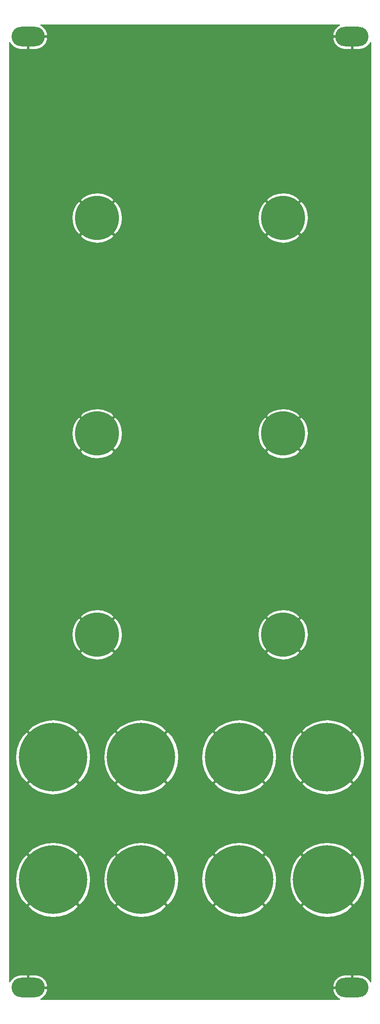
<source format=gbr>
%TF.GenerationSoftware,KiCad,Pcbnew,5.1.8-db9833491~87~ubuntu20.04.1*%
%TF.CreationDate,2020-11-16T19:43:01-05:00*%
%TF.ProjectId,mfos_vca-panel,6d666f73-5f76-4636-912d-70616e656c2e,rev?*%
%TF.SameCoordinates,Original*%
%TF.FileFunction,Copper,L1,Top*%
%TF.FilePolarity,Positive*%
%FSLAX46Y46*%
G04 Gerber Fmt 4.6, Leading zero omitted, Abs format (unit mm)*
G04 Created by KiCad (PCBNEW 5.1.8-db9833491~87~ubuntu20.04.1) date 2020-11-16 19:43:01*
%MOMM*%
%LPD*%
G01*
G04 APERTURE LIST*
%TA.AperFunction,ComponentPad*%
%ADD10C,14.000000*%
%TD*%
%TA.AperFunction,ComponentPad*%
%ADD11O,6.800000X4.000000*%
%TD*%
%TA.AperFunction,ComponentPad*%
%ADD12C,9.000000*%
%TD*%
%TA.AperFunction,Conductor*%
%ADD13C,0.254000*%
%TD*%
%TA.AperFunction,Conductor*%
%ADD14C,0.100000*%
%TD*%
G04 APERTURE END LIST*
D10*
%TO.P,H18,1*%
%TO.N,GND*%
X22000000Y-150000000D03*
%TD*%
%TO.P,H17,1*%
%TO.N,GND*%
X40000000Y-150000000D03*
%TD*%
%TO.P,H16,1*%
%TO.N,GND*%
X60000000Y-150000000D03*
%TD*%
%TO.P,H15,1*%
%TO.N,GND*%
X22000000Y-175000000D03*
%TD*%
D11*
%TO.P,H14,1*%
%TO.N,GND*%
X83100000Y-3000000D03*
%TD*%
D10*
%TO.P,H13,1*%
%TO.N,GND*%
X40000000Y-175000000D03*
%TD*%
D12*
%TO.P,H12,1*%
%TO.N,GND*%
X31000000Y-84000000D03*
%TD*%
D11*
%TO.P,H11,1*%
%TO.N,GND*%
X83100000Y-197000000D03*
%TD*%
D10*
%TO.P,H10,1*%
%TO.N,GND*%
X78000000Y-150000000D03*
%TD*%
D12*
%TO.P,H9,1*%
%TO.N,GND*%
X69000000Y-40000000D03*
%TD*%
D11*
%TO.P,H8,1*%
%TO.N,GND*%
X16900000Y-3000000D03*
%TD*%
D10*
%TO.P,H7,1*%
%TO.N,GND*%
X60000000Y-175000000D03*
%TD*%
D12*
%TO.P,H6,1*%
%TO.N,GND*%
X69000000Y-125000000D03*
%TD*%
%TO.P,H5,1*%
%TO.N,GND*%
X31000000Y-40000000D03*
%TD*%
D11*
%TO.P,H4,1*%
%TO.N,GND*%
X16900000Y-197000000D03*
%TD*%
D10*
%TO.P,H3,1*%
%TO.N,GND*%
X78000000Y-175000000D03*
%TD*%
D12*
%TO.P,H2,1*%
%TO.N,GND*%
X31000000Y-125000000D03*
%TD*%
%TO.P,H1,1*%
%TO.N,GND*%
X69000000Y-84000000D03*
%TD*%
D13*
%TO.N,GND*%
X80130475Y-879635D02*
X79746970Y-1226576D01*
X79438519Y-1641669D01*
X79216975Y-2108962D01*
X79120333Y-2462838D01*
X79227009Y-2873000D01*
X82973000Y-2873000D01*
X82973000Y-2853000D01*
X83227000Y-2853000D01*
X83227000Y-2873000D01*
X83247000Y-2873000D01*
X83247000Y-3127000D01*
X83227000Y-3127000D01*
X83227000Y-5635000D01*
X84627000Y-5635000D01*
X85138623Y-5559593D01*
X85625704Y-5385822D01*
X86069525Y-5120365D01*
X86453030Y-4773424D01*
X86761481Y-4358331D01*
X86840000Y-4192714D01*
X86840001Y-195807288D01*
X86761481Y-195641669D01*
X86453030Y-195226576D01*
X86069525Y-194879635D01*
X85625704Y-194614178D01*
X85138623Y-194440407D01*
X84627000Y-194365000D01*
X83227000Y-194365000D01*
X83227000Y-196873000D01*
X83247000Y-196873000D01*
X83247000Y-197127000D01*
X83227000Y-197127000D01*
X83227000Y-197147000D01*
X82973000Y-197147000D01*
X82973000Y-197127000D01*
X79227009Y-197127000D01*
X79120333Y-197537162D01*
X79216975Y-197891038D01*
X79438519Y-198358331D01*
X79746970Y-198773424D01*
X80130475Y-199120365D01*
X80497686Y-199340000D01*
X19502314Y-199340000D01*
X19869525Y-199120365D01*
X20253030Y-198773424D01*
X20561481Y-198358331D01*
X20783025Y-197891038D01*
X20879667Y-197537162D01*
X20772991Y-197127000D01*
X17027000Y-197127000D01*
X17027000Y-197147000D01*
X16773000Y-197147000D01*
X16773000Y-197127000D01*
X16753000Y-197127000D01*
X16753000Y-196873000D01*
X16773000Y-196873000D01*
X16773000Y-194365000D01*
X17027000Y-194365000D01*
X17027000Y-196873000D01*
X20772991Y-196873000D01*
X20879667Y-196462838D01*
X79120333Y-196462838D01*
X79227009Y-196873000D01*
X82973000Y-196873000D01*
X82973000Y-194365000D01*
X81573000Y-194365000D01*
X81061377Y-194440407D01*
X80574296Y-194614178D01*
X80130475Y-194879635D01*
X79746970Y-195226576D01*
X79438519Y-195641669D01*
X79216975Y-196108962D01*
X79120333Y-196462838D01*
X20879667Y-196462838D01*
X20783025Y-196108962D01*
X20561481Y-195641669D01*
X20253030Y-195226576D01*
X19869525Y-194879635D01*
X19425704Y-194614178D01*
X18938623Y-194440407D01*
X18427000Y-194365000D01*
X17027000Y-194365000D01*
X16773000Y-194365000D01*
X15373000Y-194365000D01*
X14861377Y-194440407D01*
X14374296Y-194614178D01*
X13930475Y-194879635D01*
X13546970Y-195226576D01*
X13238519Y-195641669D01*
X13160000Y-195807286D01*
X13160000Y-180401674D01*
X16777932Y-180401674D01*
X17593908Y-181280530D01*
X18903840Y-182019437D01*
X20332756Y-182488591D01*
X21825743Y-182669963D01*
X23325428Y-182556583D01*
X24774176Y-182152807D01*
X26116314Y-181474153D01*
X26406092Y-181280530D01*
X27222068Y-180401674D01*
X34777932Y-180401674D01*
X35593908Y-181280530D01*
X36903840Y-182019437D01*
X38332756Y-182488591D01*
X39825743Y-182669963D01*
X41325428Y-182556583D01*
X42774176Y-182152807D01*
X44116314Y-181474153D01*
X44406092Y-181280530D01*
X45222068Y-180401674D01*
X54777932Y-180401674D01*
X55593908Y-181280530D01*
X56903840Y-182019437D01*
X58332756Y-182488591D01*
X59825743Y-182669963D01*
X61325428Y-182556583D01*
X62774176Y-182152807D01*
X64116314Y-181474153D01*
X64406092Y-181280530D01*
X65222068Y-180401674D01*
X72777932Y-180401674D01*
X73593908Y-181280530D01*
X74903840Y-182019437D01*
X76332756Y-182488591D01*
X77825743Y-182669963D01*
X79325428Y-182556583D01*
X80774176Y-182152807D01*
X82116314Y-181474153D01*
X82406092Y-181280530D01*
X83222068Y-180401674D01*
X78000000Y-175179605D01*
X72777932Y-180401674D01*
X65222068Y-180401674D01*
X60000000Y-175179605D01*
X54777932Y-180401674D01*
X45222068Y-180401674D01*
X40000000Y-175179605D01*
X34777932Y-180401674D01*
X27222068Y-180401674D01*
X22000000Y-175179605D01*
X16777932Y-180401674D01*
X13160000Y-180401674D01*
X13160000Y-174825743D01*
X14330037Y-174825743D01*
X14443417Y-176325428D01*
X14847193Y-177774176D01*
X15525847Y-179116314D01*
X15719470Y-179406092D01*
X16598326Y-180222068D01*
X21820395Y-175000000D01*
X22179605Y-175000000D01*
X27401674Y-180222068D01*
X28280530Y-179406092D01*
X29019437Y-178096160D01*
X29488591Y-176667244D01*
X29669963Y-175174257D01*
X29643615Y-174825743D01*
X32330037Y-174825743D01*
X32443417Y-176325428D01*
X32847193Y-177774176D01*
X33525847Y-179116314D01*
X33719470Y-179406092D01*
X34598326Y-180222068D01*
X39820395Y-175000000D01*
X40179605Y-175000000D01*
X45401674Y-180222068D01*
X46280530Y-179406092D01*
X47019437Y-178096160D01*
X47488591Y-176667244D01*
X47669963Y-175174257D01*
X47643615Y-174825743D01*
X52330037Y-174825743D01*
X52443417Y-176325428D01*
X52847193Y-177774176D01*
X53525847Y-179116314D01*
X53719470Y-179406092D01*
X54598326Y-180222068D01*
X59820395Y-175000000D01*
X60179605Y-175000000D01*
X65401674Y-180222068D01*
X66280530Y-179406092D01*
X67019437Y-178096160D01*
X67488591Y-176667244D01*
X67669963Y-175174257D01*
X67643615Y-174825743D01*
X70330037Y-174825743D01*
X70443417Y-176325428D01*
X70847193Y-177774176D01*
X71525847Y-179116314D01*
X71719470Y-179406092D01*
X72598326Y-180222068D01*
X77820395Y-175000000D01*
X78179605Y-175000000D01*
X83401674Y-180222068D01*
X84280530Y-179406092D01*
X85019437Y-178096160D01*
X85488591Y-176667244D01*
X85669963Y-175174257D01*
X85556583Y-173674572D01*
X85152807Y-172225824D01*
X84474153Y-170883686D01*
X84280530Y-170593908D01*
X83401674Y-169777932D01*
X78179605Y-175000000D01*
X77820395Y-175000000D01*
X72598326Y-169777932D01*
X71719470Y-170593908D01*
X70980563Y-171903840D01*
X70511409Y-173332756D01*
X70330037Y-174825743D01*
X67643615Y-174825743D01*
X67556583Y-173674572D01*
X67152807Y-172225824D01*
X66474153Y-170883686D01*
X66280530Y-170593908D01*
X65401674Y-169777932D01*
X60179605Y-175000000D01*
X59820395Y-175000000D01*
X54598326Y-169777932D01*
X53719470Y-170593908D01*
X52980563Y-171903840D01*
X52511409Y-173332756D01*
X52330037Y-174825743D01*
X47643615Y-174825743D01*
X47556583Y-173674572D01*
X47152807Y-172225824D01*
X46474153Y-170883686D01*
X46280530Y-170593908D01*
X45401674Y-169777932D01*
X40179605Y-175000000D01*
X39820395Y-175000000D01*
X34598326Y-169777932D01*
X33719470Y-170593908D01*
X32980563Y-171903840D01*
X32511409Y-173332756D01*
X32330037Y-174825743D01*
X29643615Y-174825743D01*
X29556583Y-173674572D01*
X29152807Y-172225824D01*
X28474153Y-170883686D01*
X28280530Y-170593908D01*
X27401674Y-169777932D01*
X22179605Y-175000000D01*
X21820395Y-175000000D01*
X16598326Y-169777932D01*
X15719470Y-170593908D01*
X14980563Y-171903840D01*
X14511409Y-173332756D01*
X14330037Y-174825743D01*
X13160000Y-174825743D01*
X13160000Y-169598326D01*
X16777932Y-169598326D01*
X22000000Y-174820395D01*
X27222068Y-169598326D01*
X34777932Y-169598326D01*
X40000000Y-174820395D01*
X45222068Y-169598326D01*
X54777932Y-169598326D01*
X60000000Y-174820395D01*
X65222068Y-169598326D01*
X72777932Y-169598326D01*
X78000000Y-174820395D01*
X83222068Y-169598326D01*
X82406092Y-168719470D01*
X81096160Y-167980563D01*
X79667244Y-167511409D01*
X78174257Y-167330037D01*
X76674572Y-167443417D01*
X75225824Y-167847193D01*
X73883686Y-168525847D01*
X73593908Y-168719470D01*
X72777932Y-169598326D01*
X65222068Y-169598326D01*
X64406092Y-168719470D01*
X63096160Y-167980563D01*
X61667244Y-167511409D01*
X60174257Y-167330037D01*
X58674572Y-167443417D01*
X57225824Y-167847193D01*
X55883686Y-168525847D01*
X55593908Y-168719470D01*
X54777932Y-169598326D01*
X45222068Y-169598326D01*
X44406092Y-168719470D01*
X43096160Y-167980563D01*
X41667244Y-167511409D01*
X40174257Y-167330037D01*
X38674572Y-167443417D01*
X37225824Y-167847193D01*
X35883686Y-168525847D01*
X35593908Y-168719470D01*
X34777932Y-169598326D01*
X27222068Y-169598326D01*
X26406092Y-168719470D01*
X25096160Y-167980563D01*
X23667244Y-167511409D01*
X22174257Y-167330037D01*
X20674572Y-167443417D01*
X19225824Y-167847193D01*
X17883686Y-168525847D01*
X17593908Y-168719470D01*
X16777932Y-169598326D01*
X13160000Y-169598326D01*
X13160000Y-155401674D01*
X16777932Y-155401674D01*
X17593908Y-156280530D01*
X18903840Y-157019437D01*
X20332756Y-157488591D01*
X21825743Y-157669963D01*
X23325428Y-157556583D01*
X24774176Y-157152807D01*
X26116314Y-156474153D01*
X26406092Y-156280530D01*
X27222068Y-155401674D01*
X34777932Y-155401674D01*
X35593908Y-156280530D01*
X36903840Y-157019437D01*
X38332756Y-157488591D01*
X39825743Y-157669963D01*
X41325428Y-157556583D01*
X42774176Y-157152807D01*
X44116314Y-156474153D01*
X44406092Y-156280530D01*
X45222068Y-155401674D01*
X54777932Y-155401674D01*
X55593908Y-156280530D01*
X56903840Y-157019437D01*
X58332756Y-157488591D01*
X59825743Y-157669963D01*
X61325428Y-157556583D01*
X62774176Y-157152807D01*
X64116314Y-156474153D01*
X64406092Y-156280530D01*
X65222068Y-155401674D01*
X72777932Y-155401674D01*
X73593908Y-156280530D01*
X74903840Y-157019437D01*
X76332756Y-157488591D01*
X77825743Y-157669963D01*
X79325428Y-157556583D01*
X80774176Y-157152807D01*
X82116314Y-156474153D01*
X82406092Y-156280530D01*
X83222068Y-155401674D01*
X78000000Y-150179605D01*
X72777932Y-155401674D01*
X65222068Y-155401674D01*
X60000000Y-150179605D01*
X54777932Y-155401674D01*
X45222068Y-155401674D01*
X40000000Y-150179605D01*
X34777932Y-155401674D01*
X27222068Y-155401674D01*
X22000000Y-150179605D01*
X16777932Y-155401674D01*
X13160000Y-155401674D01*
X13160000Y-149825743D01*
X14330037Y-149825743D01*
X14443417Y-151325428D01*
X14847193Y-152774176D01*
X15525847Y-154116314D01*
X15719470Y-154406092D01*
X16598326Y-155222068D01*
X21820395Y-150000000D01*
X22179605Y-150000000D01*
X27401674Y-155222068D01*
X28280530Y-154406092D01*
X29019437Y-153096160D01*
X29488591Y-151667244D01*
X29669963Y-150174257D01*
X29643615Y-149825743D01*
X32330037Y-149825743D01*
X32443417Y-151325428D01*
X32847193Y-152774176D01*
X33525847Y-154116314D01*
X33719470Y-154406092D01*
X34598326Y-155222068D01*
X39820395Y-150000000D01*
X40179605Y-150000000D01*
X45401674Y-155222068D01*
X46280530Y-154406092D01*
X47019437Y-153096160D01*
X47488591Y-151667244D01*
X47669963Y-150174257D01*
X47643615Y-149825743D01*
X52330037Y-149825743D01*
X52443417Y-151325428D01*
X52847193Y-152774176D01*
X53525847Y-154116314D01*
X53719470Y-154406092D01*
X54598326Y-155222068D01*
X59820395Y-150000000D01*
X60179605Y-150000000D01*
X65401674Y-155222068D01*
X66280530Y-154406092D01*
X67019437Y-153096160D01*
X67488591Y-151667244D01*
X67669963Y-150174257D01*
X67643615Y-149825743D01*
X70330037Y-149825743D01*
X70443417Y-151325428D01*
X70847193Y-152774176D01*
X71525847Y-154116314D01*
X71719470Y-154406092D01*
X72598326Y-155222068D01*
X77820395Y-150000000D01*
X78179605Y-150000000D01*
X83401674Y-155222068D01*
X84280530Y-154406092D01*
X85019437Y-153096160D01*
X85488591Y-151667244D01*
X85669963Y-150174257D01*
X85556583Y-148674572D01*
X85152807Y-147225824D01*
X84474153Y-145883686D01*
X84280530Y-145593908D01*
X83401674Y-144777932D01*
X78179605Y-150000000D01*
X77820395Y-150000000D01*
X72598326Y-144777932D01*
X71719470Y-145593908D01*
X70980563Y-146903840D01*
X70511409Y-148332756D01*
X70330037Y-149825743D01*
X67643615Y-149825743D01*
X67556583Y-148674572D01*
X67152807Y-147225824D01*
X66474153Y-145883686D01*
X66280530Y-145593908D01*
X65401674Y-144777932D01*
X60179605Y-150000000D01*
X59820395Y-150000000D01*
X54598326Y-144777932D01*
X53719470Y-145593908D01*
X52980563Y-146903840D01*
X52511409Y-148332756D01*
X52330037Y-149825743D01*
X47643615Y-149825743D01*
X47556583Y-148674572D01*
X47152807Y-147225824D01*
X46474153Y-145883686D01*
X46280530Y-145593908D01*
X45401674Y-144777932D01*
X40179605Y-150000000D01*
X39820395Y-150000000D01*
X34598326Y-144777932D01*
X33719470Y-145593908D01*
X32980563Y-146903840D01*
X32511409Y-148332756D01*
X32330037Y-149825743D01*
X29643615Y-149825743D01*
X29556583Y-148674572D01*
X29152807Y-147225824D01*
X28474153Y-145883686D01*
X28280530Y-145593908D01*
X27401674Y-144777932D01*
X22179605Y-150000000D01*
X21820395Y-150000000D01*
X16598326Y-144777932D01*
X15719470Y-145593908D01*
X14980563Y-146903840D01*
X14511409Y-148332756D01*
X14330037Y-149825743D01*
X13160000Y-149825743D01*
X13160000Y-144598326D01*
X16777932Y-144598326D01*
X22000000Y-149820395D01*
X27222068Y-144598326D01*
X34777932Y-144598326D01*
X40000000Y-149820395D01*
X45222068Y-144598326D01*
X54777932Y-144598326D01*
X60000000Y-149820395D01*
X65222068Y-144598326D01*
X72777932Y-144598326D01*
X78000000Y-149820395D01*
X83222068Y-144598326D01*
X82406092Y-143719470D01*
X81096160Y-142980563D01*
X79667244Y-142511409D01*
X78174257Y-142330037D01*
X76674572Y-142443417D01*
X75225824Y-142847193D01*
X73883686Y-143525847D01*
X73593908Y-143719470D01*
X72777932Y-144598326D01*
X65222068Y-144598326D01*
X64406092Y-143719470D01*
X63096160Y-142980563D01*
X61667244Y-142511409D01*
X60174257Y-142330037D01*
X58674572Y-142443417D01*
X57225824Y-142847193D01*
X55883686Y-143525847D01*
X55593908Y-143719470D01*
X54777932Y-144598326D01*
X45222068Y-144598326D01*
X44406092Y-143719470D01*
X43096160Y-142980563D01*
X41667244Y-142511409D01*
X40174257Y-142330037D01*
X38674572Y-142443417D01*
X37225824Y-142847193D01*
X35883686Y-143525847D01*
X35593908Y-143719470D01*
X34777932Y-144598326D01*
X27222068Y-144598326D01*
X26406092Y-143719470D01*
X25096160Y-142980563D01*
X23667244Y-142511409D01*
X22174257Y-142330037D01*
X20674572Y-142443417D01*
X19225824Y-142847193D01*
X17883686Y-143525847D01*
X17593908Y-143719470D01*
X16777932Y-144598326D01*
X13160000Y-144598326D01*
X13160000Y-128624971D01*
X27554634Y-128624971D01*
X28070783Y-129247788D01*
X28955768Y-129737630D01*
X29919314Y-130045407D01*
X30924389Y-130159293D01*
X31932370Y-130074910D01*
X32904520Y-129795501D01*
X33803481Y-129331803D01*
X33929217Y-129247788D01*
X34445366Y-128624971D01*
X65554634Y-128624971D01*
X66070783Y-129247788D01*
X66955768Y-129737630D01*
X67919314Y-130045407D01*
X68924389Y-130159293D01*
X69932370Y-130074910D01*
X70904520Y-129795501D01*
X71803481Y-129331803D01*
X71929217Y-129247788D01*
X72445366Y-128624971D01*
X69000000Y-125179605D01*
X65554634Y-128624971D01*
X34445366Y-128624971D01*
X31000000Y-125179605D01*
X27554634Y-128624971D01*
X13160000Y-128624971D01*
X13160000Y-124924389D01*
X25840707Y-124924389D01*
X25925090Y-125932370D01*
X26204499Y-126904520D01*
X26668197Y-127803481D01*
X26752212Y-127929217D01*
X27375029Y-128445366D01*
X30820395Y-125000000D01*
X31179605Y-125000000D01*
X34624971Y-128445366D01*
X35247788Y-127929217D01*
X35737630Y-127044232D01*
X36045407Y-126080686D01*
X36159293Y-125075611D01*
X36146634Y-124924389D01*
X63840707Y-124924389D01*
X63925090Y-125932370D01*
X64204499Y-126904520D01*
X64668197Y-127803481D01*
X64752212Y-127929217D01*
X65375029Y-128445366D01*
X68820395Y-125000000D01*
X69179605Y-125000000D01*
X72624971Y-128445366D01*
X73247788Y-127929217D01*
X73737630Y-127044232D01*
X74045407Y-126080686D01*
X74159293Y-125075611D01*
X74074910Y-124067630D01*
X73795501Y-123095480D01*
X73331803Y-122196519D01*
X73247788Y-122070783D01*
X72624971Y-121554634D01*
X69179605Y-125000000D01*
X68820395Y-125000000D01*
X65375029Y-121554634D01*
X64752212Y-122070783D01*
X64262370Y-122955768D01*
X63954593Y-123919314D01*
X63840707Y-124924389D01*
X36146634Y-124924389D01*
X36074910Y-124067630D01*
X35795501Y-123095480D01*
X35331803Y-122196519D01*
X35247788Y-122070783D01*
X34624971Y-121554634D01*
X31179605Y-125000000D01*
X30820395Y-125000000D01*
X27375029Y-121554634D01*
X26752212Y-122070783D01*
X26262370Y-122955768D01*
X25954593Y-123919314D01*
X25840707Y-124924389D01*
X13160000Y-124924389D01*
X13160000Y-121375029D01*
X27554634Y-121375029D01*
X31000000Y-124820395D01*
X34445366Y-121375029D01*
X65554634Y-121375029D01*
X69000000Y-124820395D01*
X72445366Y-121375029D01*
X71929217Y-120752212D01*
X71044232Y-120262370D01*
X70080686Y-119954593D01*
X69075611Y-119840707D01*
X68067630Y-119925090D01*
X67095480Y-120204499D01*
X66196519Y-120668197D01*
X66070783Y-120752212D01*
X65554634Y-121375029D01*
X34445366Y-121375029D01*
X33929217Y-120752212D01*
X33044232Y-120262370D01*
X32080686Y-119954593D01*
X31075611Y-119840707D01*
X30067630Y-119925090D01*
X29095480Y-120204499D01*
X28196519Y-120668197D01*
X28070783Y-120752212D01*
X27554634Y-121375029D01*
X13160000Y-121375029D01*
X13160000Y-87624971D01*
X27554634Y-87624971D01*
X28070783Y-88247788D01*
X28955768Y-88737630D01*
X29919314Y-89045407D01*
X30924389Y-89159293D01*
X31932370Y-89074910D01*
X32904520Y-88795501D01*
X33803481Y-88331803D01*
X33929217Y-88247788D01*
X34445366Y-87624971D01*
X65554634Y-87624971D01*
X66070783Y-88247788D01*
X66955768Y-88737630D01*
X67919314Y-89045407D01*
X68924389Y-89159293D01*
X69932370Y-89074910D01*
X70904520Y-88795501D01*
X71803481Y-88331803D01*
X71929217Y-88247788D01*
X72445366Y-87624971D01*
X69000000Y-84179605D01*
X65554634Y-87624971D01*
X34445366Y-87624971D01*
X31000000Y-84179605D01*
X27554634Y-87624971D01*
X13160000Y-87624971D01*
X13160000Y-83924389D01*
X25840707Y-83924389D01*
X25925090Y-84932370D01*
X26204499Y-85904520D01*
X26668197Y-86803481D01*
X26752212Y-86929217D01*
X27375029Y-87445366D01*
X30820395Y-84000000D01*
X31179605Y-84000000D01*
X34624971Y-87445366D01*
X35247788Y-86929217D01*
X35737630Y-86044232D01*
X36045407Y-85080686D01*
X36159293Y-84075611D01*
X36146634Y-83924389D01*
X63840707Y-83924389D01*
X63925090Y-84932370D01*
X64204499Y-85904520D01*
X64668197Y-86803481D01*
X64752212Y-86929217D01*
X65375029Y-87445366D01*
X68820395Y-84000000D01*
X69179605Y-84000000D01*
X72624971Y-87445366D01*
X73247788Y-86929217D01*
X73737630Y-86044232D01*
X74045407Y-85080686D01*
X74159293Y-84075611D01*
X74074910Y-83067630D01*
X73795501Y-82095480D01*
X73331803Y-81196519D01*
X73247788Y-81070783D01*
X72624971Y-80554634D01*
X69179605Y-84000000D01*
X68820395Y-84000000D01*
X65375029Y-80554634D01*
X64752212Y-81070783D01*
X64262370Y-81955768D01*
X63954593Y-82919314D01*
X63840707Y-83924389D01*
X36146634Y-83924389D01*
X36074910Y-83067630D01*
X35795501Y-82095480D01*
X35331803Y-81196519D01*
X35247788Y-81070783D01*
X34624971Y-80554634D01*
X31179605Y-84000000D01*
X30820395Y-84000000D01*
X27375029Y-80554634D01*
X26752212Y-81070783D01*
X26262370Y-81955768D01*
X25954593Y-82919314D01*
X25840707Y-83924389D01*
X13160000Y-83924389D01*
X13160000Y-80375029D01*
X27554634Y-80375029D01*
X31000000Y-83820395D01*
X34445366Y-80375029D01*
X65554634Y-80375029D01*
X69000000Y-83820395D01*
X72445366Y-80375029D01*
X71929217Y-79752212D01*
X71044232Y-79262370D01*
X70080686Y-78954593D01*
X69075611Y-78840707D01*
X68067630Y-78925090D01*
X67095480Y-79204499D01*
X66196519Y-79668197D01*
X66070783Y-79752212D01*
X65554634Y-80375029D01*
X34445366Y-80375029D01*
X33929217Y-79752212D01*
X33044232Y-79262370D01*
X32080686Y-78954593D01*
X31075611Y-78840707D01*
X30067630Y-78925090D01*
X29095480Y-79204499D01*
X28196519Y-79668197D01*
X28070783Y-79752212D01*
X27554634Y-80375029D01*
X13160000Y-80375029D01*
X13160000Y-43624971D01*
X27554634Y-43624971D01*
X28070783Y-44247788D01*
X28955768Y-44737630D01*
X29919314Y-45045407D01*
X30924389Y-45159293D01*
X31932370Y-45074910D01*
X32904520Y-44795501D01*
X33803481Y-44331803D01*
X33929217Y-44247788D01*
X34445366Y-43624971D01*
X65554634Y-43624971D01*
X66070783Y-44247788D01*
X66955768Y-44737630D01*
X67919314Y-45045407D01*
X68924389Y-45159293D01*
X69932370Y-45074910D01*
X70904520Y-44795501D01*
X71803481Y-44331803D01*
X71929217Y-44247788D01*
X72445366Y-43624971D01*
X69000000Y-40179605D01*
X65554634Y-43624971D01*
X34445366Y-43624971D01*
X31000000Y-40179605D01*
X27554634Y-43624971D01*
X13160000Y-43624971D01*
X13160000Y-39924389D01*
X25840707Y-39924389D01*
X25925090Y-40932370D01*
X26204499Y-41904520D01*
X26668197Y-42803481D01*
X26752212Y-42929217D01*
X27375029Y-43445366D01*
X30820395Y-40000000D01*
X31179605Y-40000000D01*
X34624971Y-43445366D01*
X35247788Y-42929217D01*
X35737630Y-42044232D01*
X36045407Y-41080686D01*
X36159293Y-40075611D01*
X36146634Y-39924389D01*
X63840707Y-39924389D01*
X63925090Y-40932370D01*
X64204499Y-41904520D01*
X64668197Y-42803481D01*
X64752212Y-42929217D01*
X65375029Y-43445366D01*
X68820395Y-40000000D01*
X69179605Y-40000000D01*
X72624971Y-43445366D01*
X73247788Y-42929217D01*
X73737630Y-42044232D01*
X74045407Y-41080686D01*
X74159293Y-40075611D01*
X74074910Y-39067630D01*
X73795501Y-38095480D01*
X73331803Y-37196519D01*
X73247788Y-37070783D01*
X72624971Y-36554634D01*
X69179605Y-40000000D01*
X68820395Y-40000000D01*
X65375029Y-36554634D01*
X64752212Y-37070783D01*
X64262370Y-37955768D01*
X63954593Y-38919314D01*
X63840707Y-39924389D01*
X36146634Y-39924389D01*
X36074910Y-39067630D01*
X35795501Y-38095480D01*
X35331803Y-37196519D01*
X35247788Y-37070783D01*
X34624971Y-36554634D01*
X31179605Y-40000000D01*
X30820395Y-40000000D01*
X27375029Y-36554634D01*
X26752212Y-37070783D01*
X26262370Y-37955768D01*
X25954593Y-38919314D01*
X25840707Y-39924389D01*
X13160000Y-39924389D01*
X13160000Y-36375029D01*
X27554634Y-36375029D01*
X31000000Y-39820395D01*
X34445366Y-36375029D01*
X65554634Y-36375029D01*
X69000000Y-39820395D01*
X72445366Y-36375029D01*
X71929217Y-35752212D01*
X71044232Y-35262370D01*
X70080686Y-34954593D01*
X69075611Y-34840707D01*
X68067630Y-34925090D01*
X67095480Y-35204499D01*
X66196519Y-35668197D01*
X66070783Y-35752212D01*
X65554634Y-36375029D01*
X34445366Y-36375029D01*
X33929217Y-35752212D01*
X33044232Y-35262370D01*
X32080686Y-34954593D01*
X31075611Y-34840707D01*
X30067630Y-34925090D01*
X29095480Y-35204499D01*
X28196519Y-35668197D01*
X28070783Y-35752212D01*
X27554634Y-36375029D01*
X13160000Y-36375029D01*
X13160000Y-4192714D01*
X13238519Y-4358331D01*
X13546970Y-4773424D01*
X13930475Y-5120365D01*
X14374296Y-5385822D01*
X14861377Y-5559593D01*
X15373000Y-5635000D01*
X16773000Y-5635000D01*
X16773000Y-3127000D01*
X17027000Y-3127000D01*
X17027000Y-5635000D01*
X18427000Y-5635000D01*
X18938623Y-5559593D01*
X19425704Y-5385822D01*
X19869525Y-5120365D01*
X20253030Y-4773424D01*
X20561481Y-4358331D01*
X20783025Y-3891038D01*
X20879667Y-3537162D01*
X79120333Y-3537162D01*
X79216975Y-3891038D01*
X79438519Y-4358331D01*
X79746970Y-4773424D01*
X80130475Y-5120365D01*
X80574296Y-5385822D01*
X81061377Y-5559593D01*
X81573000Y-5635000D01*
X82973000Y-5635000D01*
X82973000Y-3127000D01*
X79227009Y-3127000D01*
X79120333Y-3537162D01*
X20879667Y-3537162D01*
X20772991Y-3127000D01*
X17027000Y-3127000D01*
X16773000Y-3127000D01*
X16753000Y-3127000D01*
X16753000Y-2873000D01*
X16773000Y-2873000D01*
X16773000Y-2853000D01*
X17027000Y-2853000D01*
X17027000Y-2873000D01*
X20772991Y-2873000D01*
X20879667Y-2462838D01*
X20783025Y-2108962D01*
X20561481Y-1641669D01*
X20253030Y-1226576D01*
X19869525Y-879635D01*
X19502314Y-660000D01*
X80497686Y-660000D01*
X80130475Y-879635D01*
%TA.AperFunction,Conductor*%
D14*
G36*
X80130475Y-879635D02*
G01*
X79746970Y-1226576D01*
X79438519Y-1641669D01*
X79216975Y-2108962D01*
X79120333Y-2462838D01*
X79227009Y-2873000D01*
X82973000Y-2873000D01*
X82973000Y-2853000D01*
X83227000Y-2853000D01*
X83227000Y-2873000D01*
X83247000Y-2873000D01*
X83247000Y-3127000D01*
X83227000Y-3127000D01*
X83227000Y-5635000D01*
X84627000Y-5635000D01*
X85138623Y-5559593D01*
X85625704Y-5385822D01*
X86069525Y-5120365D01*
X86453030Y-4773424D01*
X86761481Y-4358331D01*
X86840000Y-4192714D01*
X86840001Y-195807288D01*
X86761481Y-195641669D01*
X86453030Y-195226576D01*
X86069525Y-194879635D01*
X85625704Y-194614178D01*
X85138623Y-194440407D01*
X84627000Y-194365000D01*
X83227000Y-194365000D01*
X83227000Y-196873000D01*
X83247000Y-196873000D01*
X83247000Y-197127000D01*
X83227000Y-197127000D01*
X83227000Y-197147000D01*
X82973000Y-197147000D01*
X82973000Y-197127000D01*
X79227009Y-197127000D01*
X79120333Y-197537162D01*
X79216975Y-197891038D01*
X79438519Y-198358331D01*
X79746970Y-198773424D01*
X80130475Y-199120365D01*
X80497686Y-199340000D01*
X19502314Y-199340000D01*
X19869525Y-199120365D01*
X20253030Y-198773424D01*
X20561481Y-198358331D01*
X20783025Y-197891038D01*
X20879667Y-197537162D01*
X20772991Y-197127000D01*
X17027000Y-197127000D01*
X17027000Y-197147000D01*
X16773000Y-197147000D01*
X16773000Y-197127000D01*
X16753000Y-197127000D01*
X16753000Y-196873000D01*
X16773000Y-196873000D01*
X16773000Y-194365000D01*
X17027000Y-194365000D01*
X17027000Y-196873000D01*
X20772991Y-196873000D01*
X20879667Y-196462838D01*
X79120333Y-196462838D01*
X79227009Y-196873000D01*
X82973000Y-196873000D01*
X82973000Y-194365000D01*
X81573000Y-194365000D01*
X81061377Y-194440407D01*
X80574296Y-194614178D01*
X80130475Y-194879635D01*
X79746970Y-195226576D01*
X79438519Y-195641669D01*
X79216975Y-196108962D01*
X79120333Y-196462838D01*
X20879667Y-196462838D01*
X20783025Y-196108962D01*
X20561481Y-195641669D01*
X20253030Y-195226576D01*
X19869525Y-194879635D01*
X19425704Y-194614178D01*
X18938623Y-194440407D01*
X18427000Y-194365000D01*
X17027000Y-194365000D01*
X16773000Y-194365000D01*
X15373000Y-194365000D01*
X14861377Y-194440407D01*
X14374296Y-194614178D01*
X13930475Y-194879635D01*
X13546970Y-195226576D01*
X13238519Y-195641669D01*
X13160000Y-195807286D01*
X13160000Y-180401674D01*
X16777932Y-180401674D01*
X17593908Y-181280530D01*
X18903840Y-182019437D01*
X20332756Y-182488591D01*
X21825743Y-182669963D01*
X23325428Y-182556583D01*
X24774176Y-182152807D01*
X26116314Y-181474153D01*
X26406092Y-181280530D01*
X27222068Y-180401674D01*
X34777932Y-180401674D01*
X35593908Y-181280530D01*
X36903840Y-182019437D01*
X38332756Y-182488591D01*
X39825743Y-182669963D01*
X41325428Y-182556583D01*
X42774176Y-182152807D01*
X44116314Y-181474153D01*
X44406092Y-181280530D01*
X45222068Y-180401674D01*
X54777932Y-180401674D01*
X55593908Y-181280530D01*
X56903840Y-182019437D01*
X58332756Y-182488591D01*
X59825743Y-182669963D01*
X61325428Y-182556583D01*
X62774176Y-182152807D01*
X64116314Y-181474153D01*
X64406092Y-181280530D01*
X65222068Y-180401674D01*
X72777932Y-180401674D01*
X73593908Y-181280530D01*
X74903840Y-182019437D01*
X76332756Y-182488591D01*
X77825743Y-182669963D01*
X79325428Y-182556583D01*
X80774176Y-182152807D01*
X82116314Y-181474153D01*
X82406092Y-181280530D01*
X83222068Y-180401674D01*
X78000000Y-175179605D01*
X72777932Y-180401674D01*
X65222068Y-180401674D01*
X60000000Y-175179605D01*
X54777932Y-180401674D01*
X45222068Y-180401674D01*
X40000000Y-175179605D01*
X34777932Y-180401674D01*
X27222068Y-180401674D01*
X22000000Y-175179605D01*
X16777932Y-180401674D01*
X13160000Y-180401674D01*
X13160000Y-174825743D01*
X14330037Y-174825743D01*
X14443417Y-176325428D01*
X14847193Y-177774176D01*
X15525847Y-179116314D01*
X15719470Y-179406092D01*
X16598326Y-180222068D01*
X21820395Y-175000000D01*
X22179605Y-175000000D01*
X27401674Y-180222068D01*
X28280530Y-179406092D01*
X29019437Y-178096160D01*
X29488591Y-176667244D01*
X29669963Y-175174257D01*
X29643615Y-174825743D01*
X32330037Y-174825743D01*
X32443417Y-176325428D01*
X32847193Y-177774176D01*
X33525847Y-179116314D01*
X33719470Y-179406092D01*
X34598326Y-180222068D01*
X39820395Y-175000000D01*
X40179605Y-175000000D01*
X45401674Y-180222068D01*
X46280530Y-179406092D01*
X47019437Y-178096160D01*
X47488591Y-176667244D01*
X47669963Y-175174257D01*
X47643615Y-174825743D01*
X52330037Y-174825743D01*
X52443417Y-176325428D01*
X52847193Y-177774176D01*
X53525847Y-179116314D01*
X53719470Y-179406092D01*
X54598326Y-180222068D01*
X59820395Y-175000000D01*
X60179605Y-175000000D01*
X65401674Y-180222068D01*
X66280530Y-179406092D01*
X67019437Y-178096160D01*
X67488591Y-176667244D01*
X67669963Y-175174257D01*
X67643615Y-174825743D01*
X70330037Y-174825743D01*
X70443417Y-176325428D01*
X70847193Y-177774176D01*
X71525847Y-179116314D01*
X71719470Y-179406092D01*
X72598326Y-180222068D01*
X77820395Y-175000000D01*
X78179605Y-175000000D01*
X83401674Y-180222068D01*
X84280530Y-179406092D01*
X85019437Y-178096160D01*
X85488591Y-176667244D01*
X85669963Y-175174257D01*
X85556583Y-173674572D01*
X85152807Y-172225824D01*
X84474153Y-170883686D01*
X84280530Y-170593908D01*
X83401674Y-169777932D01*
X78179605Y-175000000D01*
X77820395Y-175000000D01*
X72598326Y-169777932D01*
X71719470Y-170593908D01*
X70980563Y-171903840D01*
X70511409Y-173332756D01*
X70330037Y-174825743D01*
X67643615Y-174825743D01*
X67556583Y-173674572D01*
X67152807Y-172225824D01*
X66474153Y-170883686D01*
X66280530Y-170593908D01*
X65401674Y-169777932D01*
X60179605Y-175000000D01*
X59820395Y-175000000D01*
X54598326Y-169777932D01*
X53719470Y-170593908D01*
X52980563Y-171903840D01*
X52511409Y-173332756D01*
X52330037Y-174825743D01*
X47643615Y-174825743D01*
X47556583Y-173674572D01*
X47152807Y-172225824D01*
X46474153Y-170883686D01*
X46280530Y-170593908D01*
X45401674Y-169777932D01*
X40179605Y-175000000D01*
X39820395Y-175000000D01*
X34598326Y-169777932D01*
X33719470Y-170593908D01*
X32980563Y-171903840D01*
X32511409Y-173332756D01*
X32330037Y-174825743D01*
X29643615Y-174825743D01*
X29556583Y-173674572D01*
X29152807Y-172225824D01*
X28474153Y-170883686D01*
X28280530Y-170593908D01*
X27401674Y-169777932D01*
X22179605Y-175000000D01*
X21820395Y-175000000D01*
X16598326Y-169777932D01*
X15719470Y-170593908D01*
X14980563Y-171903840D01*
X14511409Y-173332756D01*
X14330037Y-174825743D01*
X13160000Y-174825743D01*
X13160000Y-169598326D01*
X16777932Y-169598326D01*
X22000000Y-174820395D01*
X27222068Y-169598326D01*
X34777932Y-169598326D01*
X40000000Y-174820395D01*
X45222068Y-169598326D01*
X54777932Y-169598326D01*
X60000000Y-174820395D01*
X65222068Y-169598326D01*
X72777932Y-169598326D01*
X78000000Y-174820395D01*
X83222068Y-169598326D01*
X82406092Y-168719470D01*
X81096160Y-167980563D01*
X79667244Y-167511409D01*
X78174257Y-167330037D01*
X76674572Y-167443417D01*
X75225824Y-167847193D01*
X73883686Y-168525847D01*
X73593908Y-168719470D01*
X72777932Y-169598326D01*
X65222068Y-169598326D01*
X64406092Y-168719470D01*
X63096160Y-167980563D01*
X61667244Y-167511409D01*
X60174257Y-167330037D01*
X58674572Y-167443417D01*
X57225824Y-167847193D01*
X55883686Y-168525847D01*
X55593908Y-168719470D01*
X54777932Y-169598326D01*
X45222068Y-169598326D01*
X44406092Y-168719470D01*
X43096160Y-167980563D01*
X41667244Y-167511409D01*
X40174257Y-167330037D01*
X38674572Y-167443417D01*
X37225824Y-167847193D01*
X35883686Y-168525847D01*
X35593908Y-168719470D01*
X34777932Y-169598326D01*
X27222068Y-169598326D01*
X26406092Y-168719470D01*
X25096160Y-167980563D01*
X23667244Y-167511409D01*
X22174257Y-167330037D01*
X20674572Y-167443417D01*
X19225824Y-167847193D01*
X17883686Y-168525847D01*
X17593908Y-168719470D01*
X16777932Y-169598326D01*
X13160000Y-169598326D01*
X13160000Y-155401674D01*
X16777932Y-155401674D01*
X17593908Y-156280530D01*
X18903840Y-157019437D01*
X20332756Y-157488591D01*
X21825743Y-157669963D01*
X23325428Y-157556583D01*
X24774176Y-157152807D01*
X26116314Y-156474153D01*
X26406092Y-156280530D01*
X27222068Y-155401674D01*
X34777932Y-155401674D01*
X35593908Y-156280530D01*
X36903840Y-157019437D01*
X38332756Y-157488591D01*
X39825743Y-157669963D01*
X41325428Y-157556583D01*
X42774176Y-157152807D01*
X44116314Y-156474153D01*
X44406092Y-156280530D01*
X45222068Y-155401674D01*
X54777932Y-155401674D01*
X55593908Y-156280530D01*
X56903840Y-157019437D01*
X58332756Y-157488591D01*
X59825743Y-157669963D01*
X61325428Y-157556583D01*
X62774176Y-157152807D01*
X64116314Y-156474153D01*
X64406092Y-156280530D01*
X65222068Y-155401674D01*
X72777932Y-155401674D01*
X73593908Y-156280530D01*
X74903840Y-157019437D01*
X76332756Y-157488591D01*
X77825743Y-157669963D01*
X79325428Y-157556583D01*
X80774176Y-157152807D01*
X82116314Y-156474153D01*
X82406092Y-156280530D01*
X83222068Y-155401674D01*
X78000000Y-150179605D01*
X72777932Y-155401674D01*
X65222068Y-155401674D01*
X60000000Y-150179605D01*
X54777932Y-155401674D01*
X45222068Y-155401674D01*
X40000000Y-150179605D01*
X34777932Y-155401674D01*
X27222068Y-155401674D01*
X22000000Y-150179605D01*
X16777932Y-155401674D01*
X13160000Y-155401674D01*
X13160000Y-149825743D01*
X14330037Y-149825743D01*
X14443417Y-151325428D01*
X14847193Y-152774176D01*
X15525847Y-154116314D01*
X15719470Y-154406092D01*
X16598326Y-155222068D01*
X21820395Y-150000000D01*
X22179605Y-150000000D01*
X27401674Y-155222068D01*
X28280530Y-154406092D01*
X29019437Y-153096160D01*
X29488591Y-151667244D01*
X29669963Y-150174257D01*
X29643615Y-149825743D01*
X32330037Y-149825743D01*
X32443417Y-151325428D01*
X32847193Y-152774176D01*
X33525847Y-154116314D01*
X33719470Y-154406092D01*
X34598326Y-155222068D01*
X39820395Y-150000000D01*
X40179605Y-150000000D01*
X45401674Y-155222068D01*
X46280530Y-154406092D01*
X47019437Y-153096160D01*
X47488591Y-151667244D01*
X47669963Y-150174257D01*
X47643615Y-149825743D01*
X52330037Y-149825743D01*
X52443417Y-151325428D01*
X52847193Y-152774176D01*
X53525847Y-154116314D01*
X53719470Y-154406092D01*
X54598326Y-155222068D01*
X59820395Y-150000000D01*
X60179605Y-150000000D01*
X65401674Y-155222068D01*
X66280530Y-154406092D01*
X67019437Y-153096160D01*
X67488591Y-151667244D01*
X67669963Y-150174257D01*
X67643615Y-149825743D01*
X70330037Y-149825743D01*
X70443417Y-151325428D01*
X70847193Y-152774176D01*
X71525847Y-154116314D01*
X71719470Y-154406092D01*
X72598326Y-155222068D01*
X77820395Y-150000000D01*
X78179605Y-150000000D01*
X83401674Y-155222068D01*
X84280530Y-154406092D01*
X85019437Y-153096160D01*
X85488591Y-151667244D01*
X85669963Y-150174257D01*
X85556583Y-148674572D01*
X85152807Y-147225824D01*
X84474153Y-145883686D01*
X84280530Y-145593908D01*
X83401674Y-144777932D01*
X78179605Y-150000000D01*
X77820395Y-150000000D01*
X72598326Y-144777932D01*
X71719470Y-145593908D01*
X70980563Y-146903840D01*
X70511409Y-148332756D01*
X70330037Y-149825743D01*
X67643615Y-149825743D01*
X67556583Y-148674572D01*
X67152807Y-147225824D01*
X66474153Y-145883686D01*
X66280530Y-145593908D01*
X65401674Y-144777932D01*
X60179605Y-150000000D01*
X59820395Y-150000000D01*
X54598326Y-144777932D01*
X53719470Y-145593908D01*
X52980563Y-146903840D01*
X52511409Y-148332756D01*
X52330037Y-149825743D01*
X47643615Y-149825743D01*
X47556583Y-148674572D01*
X47152807Y-147225824D01*
X46474153Y-145883686D01*
X46280530Y-145593908D01*
X45401674Y-144777932D01*
X40179605Y-150000000D01*
X39820395Y-150000000D01*
X34598326Y-144777932D01*
X33719470Y-145593908D01*
X32980563Y-146903840D01*
X32511409Y-148332756D01*
X32330037Y-149825743D01*
X29643615Y-149825743D01*
X29556583Y-148674572D01*
X29152807Y-147225824D01*
X28474153Y-145883686D01*
X28280530Y-145593908D01*
X27401674Y-144777932D01*
X22179605Y-150000000D01*
X21820395Y-150000000D01*
X16598326Y-144777932D01*
X15719470Y-145593908D01*
X14980563Y-146903840D01*
X14511409Y-148332756D01*
X14330037Y-149825743D01*
X13160000Y-149825743D01*
X13160000Y-144598326D01*
X16777932Y-144598326D01*
X22000000Y-149820395D01*
X27222068Y-144598326D01*
X34777932Y-144598326D01*
X40000000Y-149820395D01*
X45222068Y-144598326D01*
X54777932Y-144598326D01*
X60000000Y-149820395D01*
X65222068Y-144598326D01*
X72777932Y-144598326D01*
X78000000Y-149820395D01*
X83222068Y-144598326D01*
X82406092Y-143719470D01*
X81096160Y-142980563D01*
X79667244Y-142511409D01*
X78174257Y-142330037D01*
X76674572Y-142443417D01*
X75225824Y-142847193D01*
X73883686Y-143525847D01*
X73593908Y-143719470D01*
X72777932Y-144598326D01*
X65222068Y-144598326D01*
X64406092Y-143719470D01*
X63096160Y-142980563D01*
X61667244Y-142511409D01*
X60174257Y-142330037D01*
X58674572Y-142443417D01*
X57225824Y-142847193D01*
X55883686Y-143525847D01*
X55593908Y-143719470D01*
X54777932Y-144598326D01*
X45222068Y-144598326D01*
X44406092Y-143719470D01*
X43096160Y-142980563D01*
X41667244Y-142511409D01*
X40174257Y-142330037D01*
X38674572Y-142443417D01*
X37225824Y-142847193D01*
X35883686Y-143525847D01*
X35593908Y-143719470D01*
X34777932Y-144598326D01*
X27222068Y-144598326D01*
X26406092Y-143719470D01*
X25096160Y-142980563D01*
X23667244Y-142511409D01*
X22174257Y-142330037D01*
X20674572Y-142443417D01*
X19225824Y-142847193D01*
X17883686Y-143525847D01*
X17593908Y-143719470D01*
X16777932Y-144598326D01*
X13160000Y-144598326D01*
X13160000Y-128624971D01*
X27554634Y-128624971D01*
X28070783Y-129247788D01*
X28955768Y-129737630D01*
X29919314Y-130045407D01*
X30924389Y-130159293D01*
X31932370Y-130074910D01*
X32904520Y-129795501D01*
X33803481Y-129331803D01*
X33929217Y-129247788D01*
X34445366Y-128624971D01*
X65554634Y-128624971D01*
X66070783Y-129247788D01*
X66955768Y-129737630D01*
X67919314Y-130045407D01*
X68924389Y-130159293D01*
X69932370Y-130074910D01*
X70904520Y-129795501D01*
X71803481Y-129331803D01*
X71929217Y-129247788D01*
X72445366Y-128624971D01*
X69000000Y-125179605D01*
X65554634Y-128624971D01*
X34445366Y-128624971D01*
X31000000Y-125179605D01*
X27554634Y-128624971D01*
X13160000Y-128624971D01*
X13160000Y-124924389D01*
X25840707Y-124924389D01*
X25925090Y-125932370D01*
X26204499Y-126904520D01*
X26668197Y-127803481D01*
X26752212Y-127929217D01*
X27375029Y-128445366D01*
X30820395Y-125000000D01*
X31179605Y-125000000D01*
X34624971Y-128445366D01*
X35247788Y-127929217D01*
X35737630Y-127044232D01*
X36045407Y-126080686D01*
X36159293Y-125075611D01*
X36146634Y-124924389D01*
X63840707Y-124924389D01*
X63925090Y-125932370D01*
X64204499Y-126904520D01*
X64668197Y-127803481D01*
X64752212Y-127929217D01*
X65375029Y-128445366D01*
X68820395Y-125000000D01*
X69179605Y-125000000D01*
X72624971Y-128445366D01*
X73247788Y-127929217D01*
X73737630Y-127044232D01*
X74045407Y-126080686D01*
X74159293Y-125075611D01*
X74074910Y-124067630D01*
X73795501Y-123095480D01*
X73331803Y-122196519D01*
X73247788Y-122070783D01*
X72624971Y-121554634D01*
X69179605Y-125000000D01*
X68820395Y-125000000D01*
X65375029Y-121554634D01*
X64752212Y-122070783D01*
X64262370Y-122955768D01*
X63954593Y-123919314D01*
X63840707Y-124924389D01*
X36146634Y-124924389D01*
X36074910Y-124067630D01*
X35795501Y-123095480D01*
X35331803Y-122196519D01*
X35247788Y-122070783D01*
X34624971Y-121554634D01*
X31179605Y-125000000D01*
X30820395Y-125000000D01*
X27375029Y-121554634D01*
X26752212Y-122070783D01*
X26262370Y-122955768D01*
X25954593Y-123919314D01*
X25840707Y-124924389D01*
X13160000Y-124924389D01*
X13160000Y-121375029D01*
X27554634Y-121375029D01*
X31000000Y-124820395D01*
X34445366Y-121375029D01*
X65554634Y-121375029D01*
X69000000Y-124820395D01*
X72445366Y-121375029D01*
X71929217Y-120752212D01*
X71044232Y-120262370D01*
X70080686Y-119954593D01*
X69075611Y-119840707D01*
X68067630Y-119925090D01*
X67095480Y-120204499D01*
X66196519Y-120668197D01*
X66070783Y-120752212D01*
X65554634Y-121375029D01*
X34445366Y-121375029D01*
X33929217Y-120752212D01*
X33044232Y-120262370D01*
X32080686Y-119954593D01*
X31075611Y-119840707D01*
X30067630Y-119925090D01*
X29095480Y-120204499D01*
X28196519Y-120668197D01*
X28070783Y-120752212D01*
X27554634Y-121375029D01*
X13160000Y-121375029D01*
X13160000Y-87624971D01*
X27554634Y-87624971D01*
X28070783Y-88247788D01*
X28955768Y-88737630D01*
X29919314Y-89045407D01*
X30924389Y-89159293D01*
X31932370Y-89074910D01*
X32904520Y-88795501D01*
X33803481Y-88331803D01*
X33929217Y-88247788D01*
X34445366Y-87624971D01*
X65554634Y-87624971D01*
X66070783Y-88247788D01*
X66955768Y-88737630D01*
X67919314Y-89045407D01*
X68924389Y-89159293D01*
X69932370Y-89074910D01*
X70904520Y-88795501D01*
X71803481Y-88331803D01*
X71929217Y-88247788D01*
X72445366Y-87624971D01*
X69000000Y-84179605D01*
X65554634Y-87624971D01*
X34445366Y-87624971D01*
X31000000Y-84179605D01*
X27554634Y-87624971D01*
X13160000Y-87624971D01*
X13160000Y-83924389D01*
X25840707Y-83924389D01*
X25925090Y-84932370D01*
X26204499Y-85904520D01*
X26668197Y-86803481D01*
X26752212Y-86929217D01*
X27375029Y-87445366D01*
X30820395Y-84000000D01*
X31179605Y-84000000D01*
X34624971Y-87445366D01*
X35247788Y-86929217D01*
X35737630Y-86044232D01*
X36045407Y-85080686D01*
X36159293Y-84075611D01*
X36146634Y-83924389D01*
X63840707Y-83924389D01*
X63925090Y-84932370D01*
X64204499Y-85904520D01*
X64668197Y-86803481D01*
X64752212Y-86929217D01*
X65375029Y-87445366D01*
X68820395Y-84000000D01*
X69179605Y-84000000D01*
X72624971Y-87445366D01*
X73247788Y-86929217D01*
X73737630Y-86044232D01*
X74045407Y-85080686D01*
X74159293Y-84075611D01*
X74074910Y-83067630D01*
X73795501Y-82095480D01*
X73331803Y-81196519D01*
X73247788Y-81070783D01*
X72624971Y-80554634D01*
X69179605Y-84000000D01*
X68820395Y-84000000D01*
X65375029Y-80554634D01*
X64752212Y-81070783D01*
X64262370Y-81955768D01*
X63954593Y-82919314D01*
X63840707Y-83924389D01*
X36146634Y-83924389D01*
X36074910Y-83067630D01*
X35795501Y-82095480D01*
X35331803Y-81196519D01*
X35247788Y-81070783D01*
X34624971Y-80554634D01*
X31179605Y-84000000D01*
X30820395Y-84000000D01*
X27375029Y-80554634D01*
X26752212Y-81070783D01*
X26262370Y-81955768D01*
X25954593Y-82919314D01*
X25840707Y-83924389D01*
X13160000Y-83924389D01*
X13160000Y-80375029D01*
X27554634Y-80375029D01*
X31000000Y-83820395D01*
X34445366Y-80375029D01*
X65554634Y-80375029D01*
X69000000Y-83820395D01*
X72445366Y-80375029D01*
X71929217Y-79752212D01*
X71044232Y-79262370D01*
X70080686Y-78954593D01*
X69075611Y-78840707D01*
X68067630Y-78925090D01*
X67095480Y-79204499D01*
X66196519Y-79668197D01*
X66070783Y-79752212D01*
X65554634Y-80375029D01*
X34445366Y-80375029D01*
X33929217Y-79752212D01*
X33044232Y-79262370D01*
X32080686Y-78954593D01*
X31075611Y-78840707D01*
X30067630Y-78925090D01*
X29095480Y-79204499D01*
X28196519Y-79668197D01*
X28070783Y-79752212D01*
X27554634Y-80375029D01*
X13160000Y-80375029D01*
X13160000Y-43624971D01*
X27554634Y-43624971D01*
X28070783Y-44247788D01*
X28955768Y-44737630D01*
X29919314Y-45045407D01*
X30924389Y-45159293D01*
X31932370Y-45074910D01*
X32904520Y-44795501D01*
X33803481Y-44331803D01*
X33929217Y-44247788D01*
X34445366Y-43624971D01*
X65554634Y-43624971D01*
X66070783Y-44247788D01*
X66955768Y-44737630D01*
X67919314Y-45045407D01*
X68924389Y-45159293D01*
X69932370Y-45074910D01*
X70904520Y-44795501D01*
X71803481Y-44331803D01*
X71929217Y-44247788D01*
X72445366Y-43624971D01*
X69000000Y-40179605D01*
X65554634Y-43624971D01*
X34445366Y-43624971D01*
X31000000Y-40179605D01*
X27554634Y-43624971D01*
X13160000Y-43624971D01*
X13160000Y-39924389D01*
X25840707Y-39924389D01*
X25925090Y-40932370D01*
X26204499Y-41904520D01*
X26668197Y-42803481D01*
X26752212Y-42929217D01*
X27375029Y-43445366D01*
X30820395Y-40000000D01*
X31179605Y-40000000D01*
X34624971Y-43445366D01*
X35247788Y-42929217D01*
X35737630Y-42044232D01*
X36045407Y-41080686D01*
X36159293Y-40075611D01*
X36146634Y-39924389D01*
X63840707Y-39924389D01*
X63925090Y-40932370D01*
X64204499Y-41904520D01*
X64668197Y-42803481D01*
X64752212Y-42929217D01*
X65375029Y-43445366D01*
X68820395Y-40000000D01*
X69179605Y-40000000D01*
X72624971Y-43445366D01*
X73247788Y-42929217D01*
X73737630Y-42044232D01*
X74045407Y-41080686D01*
X74159293Y-40075611D01*
X74074910Y-39067630D01*
X73795501Y-38095480D01*
X73331803Y-37196519D01*
X73247788Y-37070783D01*
X72624971Y-36554634D01*
X69179605Y-40000000D01*
X68820395Y-40000000D01*
X65375029Y-36554634D01*
X64752212Y-37070783D01*
X64262370Y-37955768D01*
X63954593Y-38919314D01*
X63840707Y-39924389D01*
X36146634Y-39924389D01*
X36074910Y-39067630D01*
X35795501Y-38095480D01*
X35331803Y-37196519D01*
X35247788Y-37070783D01*
X34624971Y-36554634D01*
X31179605Y-40000000D01*
X30820395Y-40000000D01*
X27375029Y-36554634D01*
X26752212Y-37070783D01*
X26262370Y-37955768D01*
X25954593Y-38919314D01*
X25840707Y-39924389D01*
X13160000Y-39924389D01*
X13160000Y-36375029D01*
X27554634Y-36375029D01*
X31000000Y-39820395D01*
X34445366Y-36375029D01*
X65554634Y-36375029D01*
X69000000Y-39820395D01*
X72445366Y-36375029D01*
X71929217Y-35752212D01*
X71044232Y-35262370D01*
X70080686Y-34954593D01*
X69075611Y-34840707D01*
X68067630Y-34925090D01*
X67095480Y-35204499D01*
X66196519Y-35668197D01*
X66070783Y-35752212D01*
X65554634Y-36375029D01*
X34445366Y-36375029D01*
X33929217Y-35752212D01*
X33044232Y-35262370D01*
X32080686Y-34954593D01*
X31075611Y-34840707D01*
X30067630Y-34925090D01*
X29095480Y-35204499D01*
X28196519Y-35668197D01*
X28070783Y-35752212D01*
X27554634Y-36375029D01*
X13160000Y-36375029D01*
X13160000Y-4192714D01*
X13238519Y-4358331D01*
X13546970Y-4773424D01*
X13930475Y-5120365D01*
X14374296Y-5385822D01*
X14861377Y-5559593D01*
X15373000Y-5635000D01*
X16773000Y-5635000D01*
X16773000Y-3127000D01*
X17027000Y-3127000D01*
X17027000Y-5635000D01*
X18427000Y-5635000D01*
X18938623Y-5559593D01*
X19425704Y-5385822D01*
X19869525Y-5120365D01*
X20253030Y-4773424D01*
X20561481Y-4358331D01*
X20783025Y-3891038D01*
X20879667Y-3537162D01*
X79120333Y-3537162D01*
X79216975Y-3891038D01*
X79438519Y-4358331D01*
X79746970Y-4773424D01*
X80130475Y-5120365D01*
X80574296Y-5385822D01*
X81061377Y-5559593D01*
X81573000Y-5635000D01*
X82973000Y-5635000D01*
X82973000Y-3127000D01*
X79227009Y-3127000D01*
X79120333Y-3537162D01*
X20879667Y-3537162D01*
X20772991Y-3127000D01*
X17027000Y-3127000D01*
X16773000Y-3127000D01*
X16753000Y-3127000D01*
X16753000Y-2873000D01*
X16773000Y-2873000D01*
X16773000Y-2853000D01*
X17027000Y-2853000D01*
X17027000Y-2873000D01*
X20772991Y-2873000D01*
X20879667Y-2462838D01*
X20783025Y-2108962D01*
X20561481Y-1641669D01*
X20253030Y-1226576D01*
X19869525Y-879635D01*
X19502314Y-660000D01*
X80497686Y-660000D01*
X80130475Y-879635D01*
G37*
%TD.AperFunction*%
%TD*%
M02*

</source>
